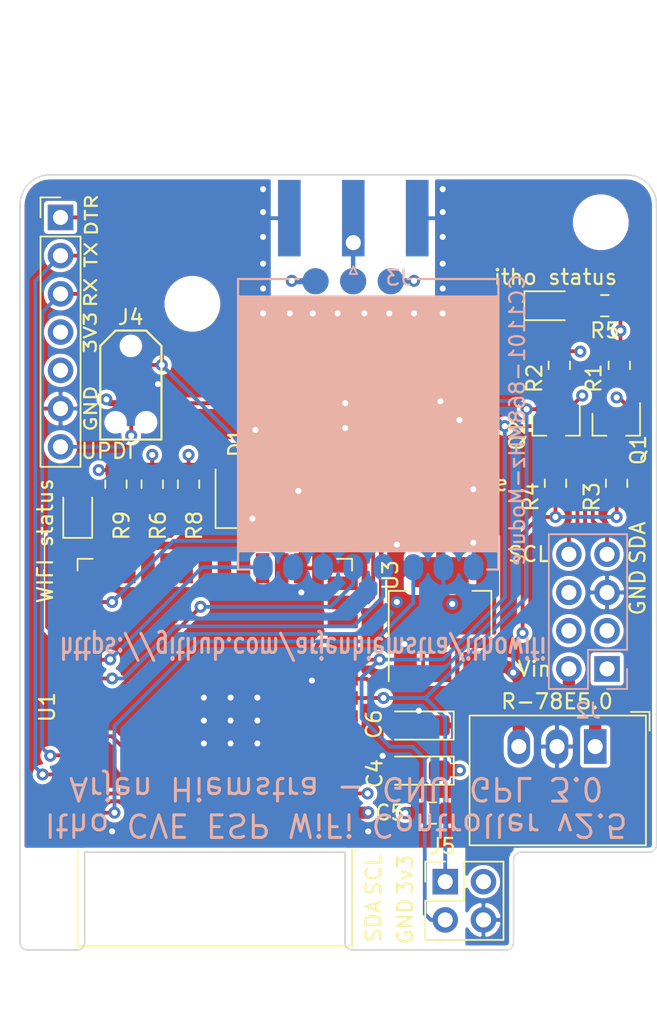
<source format=kicad_pcb>
(kicad_pcb (version 20171130) (host pcbnew "(5.1.9-0-10_14)")
  (layers (0 F.Cu signal) (1 3V3 power) (2 GND power) (31 B.Cu signal) (34 B.Paste user) (35 F.Paste user) (36 B.SilkS user) (37 F.SilkS user) (38 B.Mask user) (39 F.Mask user) (44 Edge.Cuts user))
  (net 0 "")
  (net 1 GND)
  (net 2 +5V)
  (net 3 +3V3)
  (net 4 +16V3)
  (net 5 SDA)
  (net 6 SCL)
  (net 7 "Net-(ATtiny1614-Pad11)")
  (net 8 "Net-(ATtiny1614-Pad4)")
  (net 9 "Net-(J3-Pad1)")
  (net 10 UPDI)
  (net 11 D0)
  (net 12 D0/RX0)
  (net 13 D1/TX0)
  (net 14 D23_MOSI)
  (net 15 D19_MISO)
  (net 16 D18_SCK)
  (net 17 D5_SS)
  (net 18 D4_IRQ)
  (net 19 "Net-(ATtiny1614-Pad2)")
  (net 20 "Net-(ATtiny1614-Pad3)")
  (net 21 "Net-(ATtiny1614-Pad5)")
  (net 22 "Net-(ATtiny1614-Pad6)")
  (net 23 "Net-(ATtiny1614-Pad7)")
  (net 24 "Net-(ATtiny1614-Pad12)")
  (net 25 "Net-(ATtiny1614-Pad13)")
  (net 26 "Net-(J1-Pad5)")
  (net 27 "Net-(J2-Pad1)")
  (net 28 "Net-(J2-Pad3)")
  (net 29 "Net-(J2-Pad4)")
  (net 30 "Net-(J2-Pad6)")
  (net 31 "Net-(U1-Pad32)")
  (net 32 "Net-(U1-Pad24)")
  (net 33 "Net-(U1-Pad23)")
  (net 34 "Net-(U1-Pad22)")
  (net 35 "Net-(U1-Pad21)")
  (net 36 "Net-(U1-Pad20)")
  (net 37 "Net-(U1-Pad19)")
  (net 38 "Net-(U1-Pad18)")
  (net 39 "Net-(U1-Pad17)")
  (net 40 "Net-(U1-Pad16)")
  (net 41 "Net-(U1-Pad14)")
  (net 42 "Net-(U1-Pad12)")
  (net 43 "Net-(U1-Pad7)")
  (net 44 "Net-(U1-Pad6)")
  (net 45 "Net-(U1-Pad5)")
  (net 46 "Net-(U1-Pad4)")
  (net 47 "Net-(U2-Pad7)")
  (net 48 "Net-(JP1-Pad2)")
  (net 49 EN)
  (net 50 DTR)
  (net 51 "Net-(LED1-Pad2)")
  (net 52 "Net-(LED1-Pad1)")
  (net 53 "Net-(LED2-Pad2)")
  (net 54 SDA_L)
  (net 55 SCL_L)
  (module Connector_PinHeader_2.54mm:PinHeader_2x02_P2.54mm_Vertical (layer F.Cu) (at 111.292 151.928)
    (fp_text reference J5 (at -0.16 -2.36) (layer F.SilkS))
    (fp_text value Conn_02x02_Odd_Even)
    (pad 4 thru_hole oval (at 2.54 2.54) (size 1.7 1.7) (drill 1) (layers *.Cu *.Mask) (net 1 GND))
    (pad 3 thru_hole oval (at 0 2.54) (size 1.7 1.7) (drill 1) (layers *.Cu *.Mask) (net 54 SDA_L))
    (pad 2 thru_hole oval (at 2.54 0) (size 1.7 1.7) (drill 1) (layers *.Cu *.Mask) (net 3 +3V3))
    (pad 1 thru_hole rect (at 0 0) (size 1.7 1.7) (drill 1) (layers *.Cu *.Mask) (net 55 SCL_L))
  )
  (module MountingHole:MountingHole_2.5mm (layer F.Cu) (at 94.488 113.538)
    (fp_text reference H2 hide)
    (fp_text value MountingHole hide)
    (pad "" np_thru_hole circle (at 0 0) (size 3.2 3.2) (drill 3.2) (layers *.Cu *.Mask))
  )
  (module Package_SO:SOIC-14_3.9x8.7mm_P1.27mm (layer F.Cu) (at 108.4326 120.966 90)
    (fp_text reference ATtiny1614 (at 4.634 -0.3556) (layer F.SilkS))
    (fp_text value ATtiny1614-SS)
    (pad 1 smd roundrect (at -2.475 -3.81 90) (size 1.95 0.6) (layers F.Cu F.Paste F.Mask) (net 3 +3V3))
    (pad 2 smd roundrect (at -2.475 -2.54 90) (size 1.95 0.6) (layers F.Cu F.Paste F.Mask) (net 19 "Net-(ATtiny1614-Pad2)"))
    (pad 3 smd roundrect (at -2.475 -1.27 90) (size 1.95 0.6) (layers F.Cu F.Paste F.Mask) (net 20 "Net-(ATtiny1614-Pad3)"))
    (pad 4 smd roundrect (at -2.475 0 90) (size 1.95 0.6) (layers F.Cu F.Paste F.Mask) (net 8 "Net-(ATtiny1614-Pad4)"))
    (pad 5 smd roundrect (at -2.475 1.27 90) (size 1.95 0.6) (layers F.Cu F.Paste F.Mask) (net 21 "Net-(ATtiny1614-Pad5)"))
    (pad 6 smd roundrect (at -2.475 2.54 90) (size 1.95 0.6) (layers F.Cu F.Paste F.Mask) (net 22 "Net-(ATtiny1614-Pad6)"))
    (pad 7 smd roundrect (at -2.475 3.81 90) (size 1.95 0.6) (layers F.Cu F.Paste F.Mask) (net 23 "Net-(ATtiny1614-Pad7)"))
    (pad 8 smd roundrect (at 2.475 3.81 90) (size 1.95 0.6) (layers F.Cu F.Paste F.Mask) (net 54 SDA_L))
    (pad 9 smd roundrect (at 2.475 2.54 90) (size 1.95 0.6) (layers F.Cu F.Paste F.Mask) (net 55 SCL_L))
    (pad 10 smd roundrect (at 2.475 1.27 90) (size 1.95 0.6) (layers F.Cu F.Paste F.Mask) (net 10 UPDI))
    (pad 11 smd roundrect (at 2.475 0 90) (size 1.95 0.6) (layers F.Cu F.Paste F.Mask) (net 7 "Net-(ATtiny1614-Pad11)"))
    (pad 12 smd roundrect (at 2.475 -1.27 90) (size 1.95 0.6) (layers F.Cu F.Paste F.Mask) (net 24 "Net-(ATtiny1614-Pad12)"))
    (pad 13 smd roundrect (at 2.475 -2.54 90) (size 1.95 0.6) (layers F.Cu F.Paste F.Mask) (net 25 "Net-(ATtiny1614-Pad13)"))
    (pad 14 smd roundrect (at 2.475 -3.81 90) (size 1.95 0.6) (layers F.Cu F.Paste F.Mask) (net 1 GND))
  )
  (module nrg_watch:TC2020-MCP-NL (layer F.Cu) (at 90.3986 118.872)
    (fp_text reference J4 (at -0.0127 -4.445) (layer F.SilkS))
    (fp_text value TC2030-MCP-NL hide)
    (pad 6 smd circle (at 0.635 1.27) (size 0.7874 0.7874) (layers F.Cu F.Mask) (net 10 UPDI))
    (pad 4 smd circle (at 0.635 0) (size 0.7874 0.7874) (layers F.Cu F.Mask) (net 1 GND))
    (pad 5 smd circle (at -0.635 1.27) (size 0.7874 0.7874) (layers F.Cu F.Mask) (net 3 +3V3))
    (pad 3 smd circle (at -0.635 0) (size 0.7874 0.7874) (layers F.Cu F.Mask) (net 12 D0/RX0))
    (pad 1 smd circle (at -0.635 -1.27) (size 0.7874 0.7874) (layers F.Cu F.Mask) (net 13 D1/TX0))
    (pad 2 smd circle (at 0.635 -1.27) (size 0.7874 0.7874) (layers F.Cu F.Mask) (net 50 DTR))
    (pad "" np_thru_hole circle (at -1.016 2.54) (size 0.9906 0.9906) (drill 0.9906) (layers *.Cu *.Mask))
    (pad "" np_thru_hole circle (at 1.016 2.54) (size 0.9906 0.9906) (drill 0.9906) (layers *.Cu *.Mask))
    (pad "" np_thru_hole circle (at 0 -2.54) (size 0.9906 0.9906) (drill 0.9906) (layers *.Cu *.Mask))
  )
  (module MountingHole:MountingHole_2.5mm (layer F.Cu) (at 121.63 108.12)
    (fp_text reference H1 hide)
    (fp_text value MountingHole hide)
    (pad "" np_thru_hole circle (at 0 0) (size 3.2 3.2) (drill 3.2) (layers *.Cu *.Mask))
  )
  (module RF_Module:ESP32-WROOM-32 (layer F.Cu) (at 95.9776 140.3604 180)
    (fp_text reference U1 (at 11.1416 0.0254 -90) (layer F.SilkS))
    (fp_text value ESP32-WROOM hide)
    (pad 38 smd rect (at 8.5 -8.255 180) (size 2 0.9) (layers F.Cu F.Paste F.Mask) (net 1 GND))
    (pad 37 smd rect (at 8.5 -6.985 180) (size 2 0.9) (layers F.Cu F.Paste F.Mask) (net 14 D23_MOSI))
    (pad 36 smd rect (at 8.5 -5.715 180) (size 2 0.9) (layers F.Cu F.Paste F.Mask) (net 55 SCL_L))
    (pad 35 smd rect (at 8.5 -4.445 180) (size 2 0.9) (layers F.Cu F.Paste F.Mask) (net 13 D1/TX0))
    (pad 34 smd rect (at 8.5 -3.175 180) (size 2 0.9) (layers F.Cu F.Paste F.Mask) (net 12 D0/RX0))
    (pad 33 smd rect (at 8.5 -1.905 180) (size 2 0.9) (layers F.Cu F.Paste F.Mask) (net 54 SDA_L))
    (pad 32 smd rect (at 8.5 -0.635 180) (size 2 0.9) (layers F.Cu F.Paste F.Mask) (net 31 "Net-(U1-Pad32)"))
    (pad 31 smd rect (at 8.5 0.635 180) (size 2 0.9) (layers F.Cu F.Paste F.Mask) (net 15 D19_MISO))
    (pad 30 smd rect (at 8.5 1.905 180) (size 2 0.9) (layers F.Cu F.Paste F.Mask) (net 16 D18_SCK))
    (pad 29 smd rect (at 8.5 3.175 180) (size 2 0.9) (layers F.Cu F.Paste F.Mask) (net 17 D5_SS))
    (pad 28 smd rect (at 8.5 4.445 180) (size 2 0.9) (layers F.Cu F.Paste F.Mask) (net 52 "Net-(LED1-Pad1)"))
    (pad 27 smd rect (at 8.5 5.715 180) (size 2 0.9) (layers F.Cu F.Paste F.Mask) (net 8 "Net-(ATtiny1614-Pad4)"))
    (pad 26 smd rect (at 8.5 6.985 180) (size 2 0.9) (layers F.Cu F.Paste F.Mask) (net 18 D4_IRQ))
    (pad 25 smd rect (at 8.5 8.255 180) (size 2 0.9) (layers F.Cu F.Paste F.Mask) (net 11 D0))
    (pad 24 smd rect (at 5.715 9.255 270) (size 2 0.9) (layers F.Cu F.Paste F.Mask) (net 32 "Net-(U1-Pad24)"))
    (pad 23 smd rect (at 4.445 9.255 270) (size 2 0.9) (layers F.Cu F.Paste F.Mask) (net 33 "Net-(U1-Pad23)"))
    (pad 22 smd rect (at 3.175 9.255 270) (size 2 0.9) (layers F.Cu F.Paste F.Mask) (net 34 "Net-(U1-Pad22)"))
    (pad 21 smd rect (at 1.905 9.255 270) (size 2 0.9) (layers F.Cu F.Paste F.Mask) (net 35 "Net-(U1-Pad21)"))
    (pad 20 smd rect (at 0.635 9.255 270) (size 2 0.9) (layers F.Cu F.Paste F.Mask) (net 36 "Net-(U1-Pad20)"))
    (pad 19 smd rect (at -0.635 9.255 270) (size 2 0.9) (layers F.Cu F.Paste F.Mask) (net 37 "Net-(U1-Pad19)"))
    (pad 18 smd rect (at -1.905 9.255 270) (size 2 0.9) (layers F.Cu F.Paste F.Mask) (net 38 "Net-(U1-Pad18)"))
    (pad 17 smd rect (at -3.175 9.255 270) (size 2 0.9) (layers F.Cu F.Paste F.Mask) (net 39 "Net-(U1-Pad17)"))
    (pad 16 smd rect (at -4.445 9.255 270) (size 2 0.9) (layers F.Cu F.Paste F.Mask) (net 40 "Net-(U1-Pad16)"))
    (pad 15 smd rect (at -5.715 9.255 270) (size 2 0.9) (layers F.Cu F.Paste F.Mask) (net 1 GND))
    (pad 14 smd rect (at -8.5 8.255 180) (size 2 0.9) (layers F.Cu F.Paste F.Mask) (net 41 "Net-(U1-Pad14)"))
    (pad 13 smd rect (at -8.5 6.985 180) (size 2 0.9) (layers F.Cu F.Paste F.Mask) (net 48 "Net-(JP1-Pad2)"))
    (pad 12 smd rect (at -8.5 5.715 180) (size 2 0.9) (layers F.Cu F.Paste F.Mask) (net 42 "Net-(U1-Pad12)"))
    (pad 11 smd rect (at -8.5 4.445 180) (size 2 0.9) (layers F.Cu F.Paste F.Mask) (net 54 SDA_L))
    (pad 10 smd rect (at -8.5 3.175 180) (size 2 0.9) (layers F.Cu F.Paste F.Mask) (net 54 SDA_L))
    (pad 9 smd rect (at -8.5 1.905 180) (size 2 0.9) (layers F.Cu F.Paste F.Mask) (net 55 SCL_L))
    (pad 8 smd rect (at -8.5 0.635 180) (size 2 0.9) (layers F.Cu F.Paste F.Mask) (net 55 SCL_L))
    (pad 7 smd rect (at -8.5 -0.635 180) (size 2 0.9) (layers F.Cu F.Paste F.Mask) (net 43 "Net-(U1-Pad7)"))
    (pad 6 smd rect (at -8.5 -1.905 180) (size 2 0.9) (layers F.Cu F.Paste F.Mask) (net 44 "Net-(U1-Pad6)"))
    (pad 5 smd rect (at -8.5 -3.175 180) (size 2 0.9) (layers F.Cu F.Paste F.Mask) (net 45 "Net-(U1-Pad5)"))
    (pad 4 smd rect (at -8.5 -4.445 180) (size 2 0.9) (layers F.Cu F.Paste F.Mask) (net 46 "Net-(U1-Pad4)"))
    (pad 3 smd rect (at -8.5 -5.715 180) (size 2 0.9) (layers F.Cu F.Paste F.Mask) (net 49 EN))
    (pad 2 smd rect (at -8.5 -6.985 180) (size 2 0.9) (layers F.Cu F.Paste F.Mask) (net 3 +3V3))
    (pad 1 smd rect (at -8.5 -8.255 180) (size 2 0.9) (layers F.Cu F.Paste F.Mask) (net 1 GND))
    (pad 39 smd rect (at -1 -0.755 180) (size 5 5) (layers F.Cu F.Paste F.Mask) (net 1 GND))
  )
  (module Jumper:SolderJumper-2_P1.3mm_Open_RoundedPad1.0x1.5mm (layer F.Cu) (at 112.522 127.3556 180)
    (fp_text reference JP1 hide)
    (fp_text value Failsafe (at 0 1.9) (layer F.SilkS))
    (pad 2 smd custom (at 0.65 0 180) (size 1 0.5) (layers F.Cu F.Mask) (net 48 "Net-(JP1-Pad2)") (options (clearance outline) (anchor rect)) (primitives (gr_circle (center 0 0.25) (end 0.5 0.25) (width 0)) (gr_circle (center 0 -0.25) (end 0.5 -0.25) (width 0)) (gr_poly (pts (xy 0 -0.75) (xy -0.5 -0.75) (xy -0.5 0.75) (xy 0 0.75)) (width 0))))
    (pad 1 smd custom (at -0.65 0 180) (size 1 0.5) (layers F.Cu F.Mask) (net 3 +3V3) (options (clearance outline) (anchor rect)) (primitives (gr_circle (center 0 0.25) (end 0.5 0.25) (width 0)) (gr_circle (center 0 -0.25) (end 0.5 -0.25) (width 0)) (gr_poly (pts (xy 0 -0.75) (xy 0.5 -0.75) (xy 0.5 0.75) (xy 0 0.75)) (width 0))))
  )
  (module Resistor_SMD:R_0805_2012Metric (layer F.Cu) (at 105.5647 127.3556)
    (fp_text reference R10 (at -0.4341 1.778 180) (layer F.SilkS))
    (fp_text value 10K hide)
    (pad 2 smd roundrect (at 0.9375 0) (size 0.975 1.4) (layers F.Cu F.Paste F.Mask) (net 48 "Net-(JP1-Pad2)"))
    (pad 1 smd roundrect (at -0.9375 0) (size 0.975 1.4) (layers F.Cu F.Paste F.Mask) (net 1 GND))
  )
  (module Capacitor_Tantalum_SMD:CP_EIA-3216-12_Kemet-S (layer F.Cu) (at 109.5464 141.5542 180)
    (fp_text reference C6 (at 2.9934 0.0862 90) (layer F.SilkS))
    (fp_text value 10uF hide)
    (pad 2 smd roundrect (at 1.35 0 180) (size 1.4 1.35) (layers F.Cu F.Paste F.Mask) (roundrect_rratio 0.1851844444444445) (net 1 GND))
    (pad 1 smd roundrect (at -1.35 0 180) (size 1.4 1.35) (layers F.Cu F.Paste F.Mask) (roundrect_rratio 0.1851844444444445) (net 2 +5V))
  )
  (module Capacitor_Tantalum_SMD:CP_EIA-3216-12_Kemet-S (layer F.Cu) (at 109.5502 144.5514 180)
    (fp_text reference C4 (at 2.9464 -0.2032 90) (layer F.SilkS))
    (fp_text value 10uF hide)
    (pad 2 smd roundrect (at 1.35 0 180) (size 1.4 1.35) (layers F.Cu F.Paste F.Mask) (roundrect_rratio 0.1851844444444445) (net 1 GND))
    (pad 1 smd roundrect (at -1.35 0 180) (size 1.4 1.35) (layers F.Cu F.Paste F.Mask) (roundrect_rratio 0.1851844444444445) (net 3 +3V3))
  )
  (module Connector_Pin:Pin_D1.0mm_L10.0mm (layer F.Cu) (at 105.1814 109.474)
    (fp_text reference REF** hide)
    (fp_text value Pin_D1.0mm_L10.0mm hide)
    (pad 1 thru_hole circle (at 0 0) (size 1.5 1.5) (drill 1) (layers *.Cu *.Mask) (net 9 "Net-(J3-Pad1)"))
  )
  (module LED_SMD:LED_0805_2012Metric (layer F.Cu) (at 86.868 127.4041 90)
    (fp_text reference LED1 hide)
    (fp_text value "WIFI status" (at -1.8819 -2.159 -90) (layer F.SilkS))
    (pad 2 smd roundrect (at 0.9375 0 90) (size 0.975 1.4) (layers F.Cu F.Paste F.Mask) (net 51 "Net-(LED1-Pad2)"))
    (pad 1 smd roundrect (at -0.9375 0 90) (size 0.975 1.4) (layers F.Cu F.Paste F.Mask) (net 52 "Net-(LED1-Pad1)"))
  )
  (module Resistor_SMD:R_0805_2012Metric (layer F.Cu) (at 89.408 125.5245 270)
    (fp_text reference R9 (at 2.7455 -0.381 270) (layer F.SilkS))
    (fp_text value R100 hide)
    (pad 2 smd roundrect (at 0.9375 0 270) (size 0.975 1.4) (layers F.Cu F.Paste F.Mask) (net 51 "Net-(LED1-Pad2)"))
    (pad 1 smd roundrect (at -0.9375 0 270) (size 0.975 1.4) (layers F.Cu F.Paste F.Mask) (net 3 +3V3))
  )
  (module Package_TO_SOT_SMD:SOT-223-3_TabPin2 (layer F.Cu) (at 110.9472 134.518 90)
    (fp_text reference U3 (at 2.9464 -3.302 90) (layer F.SilkS))
    (fp_text value AMS1117-3.3 hide)
    (pad 1 smd rect (at -3.15 -2.3 90) (size 2 1.5) (layers F.Cu F.Paste F.Mask) (net 1 GND))
    (pad 3 smd rect (at -3.15 2.3 90) (size 2 1.5) (layers F.Cu F.Paste F.Mask) (net 2 +5V))
    (pad 2 smd rect (at -3.15 0 90) (size 2 1.5) (layers F.Cu F.Paste F.Mask) (net 3 +3V3))
    (pad 2 smd rect (at 3.15 0 90) (size 2 3.8) (layers F.Cu F.Paste F.Mask) (net 3 +3V3))
  )
  (module Resistor_SMD:R_0805_2012Metric (layer F.Cu) (at 94.234 125.5245 90)
    (fp_text reference R8 (at -2.7455 0.381 90) (layer F.SilkS))
    (fp_text value 10K hide)
    (pad 2 smd roundrect (at 0.9375 0 90) (size 0.975 1.4) (layers F.Cu F.Paste F.Mask) (net 3 +3V3))
    (pad 1 smd roundrect (at -0.9375 0 90) (size 0.975 1.4) (layers F.Cu F.Paste F.Mask) (net 11 D0))
  )
  (module Resistor_SMD:R_0805_2012Metric (layer F.Cu) (at 99.949 122.9083 90)
    (fp_text reference R7 (at 2.7155 0.381 90) (layer F.SilkS))
    (fp_text value 10K hide)
    (pad 2 smd roundrect (at 0.9375 0 90) (size 0.975 1.4) (layers F.Cu F.Paste F.Mask) (net 3 +3V3))
    (pad 1 smd roundrect (at -0.9375 0 90) (size 0.975 1.4) (layers F.Cu F.Paste F.Mask) (net 49 EN))
  )
  (module Connector_PinHeader_2.54mm:PinHeader_1x07_P2.54mm_Vertical (layer F.Cu) (at 85.725 107.7976)
    (fp_text reference J1 hide)
    (fp_text value CONN_01X07 hide)
    (pad 7 thru_hole oval (at 0 15.24) (size 1.7 1.7) (drill 1) (layers *.Cu *.Mask) (net 10 UPDI))
    (pad 6 thru_hole oval (at 0 12.7) (size 1.7 1.7) (drill 1) (layers *.Cu *.Mask) (net 1 GND))
    (pad 5 thru_hole oval (at 0 10.16) (size 1.7 1.7) (drill 1) (layers *.Cu *.Mask) (net 26 "Net-(J1-Pad5)"))
    (pad 4 thru_hole oval (at 0 7.62) (size 1.7 1.7) (drill 1) (layers *.Cu *.Mask) (net 3 +3V3))
    (pad 3 thru_hole oval (at 0 5.08) (size 1.7 1.7) (drill 1) (layers *.Cu *.Mask) (net 12 D0/RX0))
    (pad 2 thru_hole oval (at 0 2.54) (size 1.7 1.7) (drill 1) (layers *.Cu *.Mask) (net 13 D1/TX0))
    (pad 1 thru_hole rect (at 0 0) (size 1.7 1.7) (drill 1) (layers *.Cu *.Mask) (net 50 DTR))
  )
  (module Diode_SMD:D_SOD-123 (layer F.Cu) (at 97.028 126.1862 90)
    (fp_text reference D1 (at 3.429 0.381 90) (layer F.SilkS))
    (fp_text value D_Zener hide)
    (pad 2 smd rect (at 1.65 0 90) (size 0.9 1.2) (layers F.Cu F.Paste F.Mask) (net 11 D0))
    (pad 1 smd rect (at -1.65 0 90) (size 0.9 1.2) (layers F.Cu F.Paste F.Mask) (net 50 DTR))
  )
  (module Capacitor_SMD:C_0805_2012Metric (layer F.Cu) (at 110.4369 147.3708)
    (fp_text reference C5 (at -2.8171 -0.0254) (layer F.SilkS))
    (fp_text value 0.1uF hide)
    (pad 2 smd roundrect (at 0.9375 0) (size 0.975 1.4) (layers F.Cu F.Paste F.Mask) (net 1 GND))
    (pad 1 smd roundrect (at -0.9375 0) (size 0.975 1.4) (layers F.Cu F.Paste F.Mask) (net 3 +3V3))
  )
  (module Capacitor_SMD:C_0805_2012Metric (layer F.Cu) (at 99.949 126.873 270)
    (fp_text reference C2 (at -0.0785 -1.8542 270) (layer F.SilkS))
    (fp_text value 1uF hide)
    (pad 2 smd roundrect (at 0.9375 0 270) (size 0.975 1.4) (layers F.Cu F.Paste F.Mask) (net 50 DTR))
    (pad 1 smd roundrect (at -0.9375 0 270) (size 0.975 1.4) (layers F.Cu F.Paste F.Mask) (net 49 EN))
  )
  (module Connector_Coaxial:SMA_Amphenol_132289_EdgeMount (layer B.Cu) (at 105.1814 107.8484 90)
    (fp_text reference J3 (at -3.96 3) (layer B.SilkS) (effects (justify mirror)))
    (fp_text value Conn_Coaxial)
    (pad 2 smd rect (at 0 -4.25) (size 1.5 5.08) (layers F.Cu F.Paste F.Mask) (net 1 GND))
    (pad 2 smd rect (at 0 4.25) (size 1.5 5.08) (layers F.Cu F.Paste F.Mask) (net 1 GND))
    (pad 2 smd rect (at 0 -4.25) (size 1.5 5.08) (layers B.Cu B.Paste B.Mask) (net 1 GND))
    (pad 2 smd rect (at 0 4.25) (size 1.5 5.08) (layers B.Cu B.Paste B.Mask) (net 1 GND))
    (pad 1 smd rect (at 0 0) (size 1.5 5.08) (layers B.Cu B.Paste B.Mask) (net 9 "Net-(J3-Pad1)"))
  )
  (module nrg_watch:CC1101-868MHz-Module (layer B.Cu) (at 106.172 121.539 90)
    (fp_text reference U2 hide)
    (fp_text value CC1101-868MHz-Module (at 0.254 9.906 -90) (layer B.SilkS) (effects (justify mirror)))
    (pad 11 smd circle (at 9.5 1.5 90) (size 1.75 1.75) (layers B.Cu B.Paste B.Mask) (net 1 GND))
    (pad 10 smd circle (at 9.5 -1 90) (size 1.75 1.75) (layers B.Cu B.Paste B.Mask) (net 9 "Net-(J3-Pad1)"))
    (pad 9 smd circle (at 9.5 -3.5 90) (size 1.75 1.75) (layers B.Cu B.Paste B.Mask) (net 1 GND))
    (pad 8 smd oval (at -9.5 -7 90) (size 1.75 1.3) (layers B.Cu B.Paste B.Mask) (net 17 D5_SS))
    (pad 7 smd oval (at -9.5 -5 90) (size 1.75 1.3) (layers B.Cu B.Paste B.Mask) (net 47 "Net-(U2-Pad7)"))
    (pad 6 smd oval (at -9.5 -3 90) (size 1.75 1.3) (layers B.Cu B.Paste B.Mask) (net 18 D4_IRQ))
    (pad 5 smd oval (at -9.5 -1 90) (size 1.75 1.3) (layers B.Cu B.Paste B.Mask) (net 15 D19_MISO))
    (pad 4 smd oval (at -9.5 1 90) (size 1.75 1.3) (layers B.Cu B.Paste B.Mask) (net 16 D18_SCK))
    (pad 3 smd oval (at -9.5 3 90) (size 1.75 1.3) (layers B.Cu B.Paste B.Mask) (net 14 D23_MOSI))
    (pad 2 smd oval (at -9.5 5 90) (size 1.75 1.3) (layers B.Cu B.Paste B.Mask) (net 1 GND))
    (pad 1 smd oval (at -9.5 7 90) (size 1.75 1.3) (layers B.Cu B.Paste B.Mask) (net 3 +3V3))
  )
  (module LED_SMD:LED_0805_2012Metric (layer F.Cu) (at 118.237 113.665)
    (fp_text reference LED2 hide)
    (fp_text value "itho status" (at 0.381 -1.905) (layer F.SilkS))
    (pad 2 smd roundrect (at 0.9375 0) (size 0.975 1.4) (layers F.Cu F.Paste F.Mask) (net 53 "Net-(LED2-Pad2)"))
    (pad 1 smd roundrect (at -0.9375 0) (size 0.975 1.4) (layers F.Cu F.Paste F.Mask) (net 7 "Net-(ATtiny1614-Pad11)"))
  )
  (module Resistor_SMD:R_0805_2012Metric (layer F.Cu) (at 91.821 125.5245 90)
    (fp_text reference R6 (at -2.7455 0.381 90) (layer F.SilkS))
    (fp_text value R10K hide)
    (pad 1 smd roundrect (at -0.9375 0 90) (size 0.975 1.4) (layers F.Cu F.Paste F.Mask) (net 8 "Net-(ATtiny1614-Pad4)"))
    (pad 2 smd roundrect (at 0.9375 0 90) (size 0.975 1.4) (layers F.Cu F.Paste F.Mask) (net 3 +3V3))
  )
  (module Resistor_SMD:R_0805_2012Metric (layer F.Cu) (at 121.8923 113.665 180)
    (fp_text reference R5 (at 0 -1.65) (layer F.SilkS))
    (fp_text value R100)
    (pad 2 smd roundrect (at 0.9375 0 180) (size 0.975 1.4) (layers F.Cu F.Paste F.Mask) (net 53 "Net-(LED2-Pad2)"))
    (pad 1 smd roundrect (at -0.9375 0 180) (size 0.975 1.4) (layers F.Cu F.Paste F.Mask) (net 3 +3V3))
  )
  (module Resistor_SMD:R_0805_2012Metric (layer F.Cu) (at 118.618 125.461 270)
    (fp_text reference R4 (at 0.904 1.651 90) (layer F.SilkS))
    (fp_text value R10K)
    (pad 2 smd roundrect (at 0.9375 0 270) (size 0.975 1.4) (layers F.Cu F.Paste F.Mask) (net 2 +5V))
    (pad 1 smd roundrect (at -0.9375 0 270) (size 0.975 1.4) (layers F.Cu F.Paste F.Mask) (net 6 SCL))
  )
  (module Resistor_SMD:R_0805_2012Metric (layer F.Cu) (at 122.682 125.461 270)
    (fp_text reference R3 (at 0.904 1.651 90) (layer F.SilkS))
    (fp_text value R10K)
    (pad 2 smd roundrect (at 0.9375 0 270) (size 0.975 1.4) (layers F.Cu F.Paste F.Mask) (net 2 +5V))
    (pad 1 smd roundrect (at -0.9375 0 270) (size 0.975 1.4) (layers F.Cu F.Paste F.Mask) (net 5 SDA))
  )
  (module Resistor_SMD:R_0805_2012Metric (layer F.Cu) (at 118.872 117.6244 270)
    (fp_text reference R2 (at 0.8666 1.651 90) (layer F.SilkS))
    (fp_text value R10K)
    (pad 2 smd roundrect (at 0.9375 0 270) (size 0.975 1.4) (layers F.Cu F.Paste F.Mask) (net 55 SCL_L))
    (pad 1 smd roundrect (at -0.9375 0 270) (size 0.975 1.4) (layers F.Cu F.Paste F.Mask) (net 3 +3V3))
  )
  (module Resistor_SMD:R_0805_2012Metric (layer F.Cu) (at 122.8598 117.6244 90)
    (fp_text reference R1 (at -0.8666 -1.7018 90) (layer F.SilkS))
    (fp_text value R10K hide)
    (pad 2 smd roundrect (at 0.9375 0 90) (size 0.975 1.4) (layers F.Cu F.Paste F.Mask) (net 3 +3V3))
    (pad 1 smd roundrect (at -0.9375 0 90) (size 0.975 1.4) (layers F.Cu F.Paste F.Mask) (net 54 SDA_L))
  )
  (module Inductor_SMD:L_0805_2012Metric (layer F.Cu) (at 102.5144 121.0541 90)
    (fp_text reference C1 (at 2.7663 0.127 90) (layer F.SilkS))
    (fp_text value 0,1uF)
    (pad 1 smd roundrect (at -0.9375 0 90) (size 0.975 1.4) (layers F.Cu F.Paste F.Mask) (net 3 +3V3))
    (pad 2 smd roundrect (at 0.9375 0 90) (size 0.975 1.4) (layers F.Cu F.Paste F.Mask) (net 1 GND))
  )
  (module Package_TO_SOT_SMD:SOT-23 (layer F.Cu) (at 118.6586 121.539 270)
    (fp_text reference Q2 (at 0.746 2.584 90) (layer F.SilkS))
    (fp_text value BSS138 hide)
    (pad 3 smd rect (at 1 0 270) (size 0.9 0.8) (layers F.Cu F.Paste F.Mask) (net 6 SCL))
    (pad 2 smd rect (at -1 0.95 270) (size 0.9 0.8) (layers F.Cu F.Paste F.Mask) (net 55 SCL_L))
    (pad 1 smd rect (at -1 -0.95 270) (size 0.9 0.8) (layers F.Cu F.Paste F.Mask) (net 3 +3V3))
  )
  (module Package_TO_SOT_SMD:SOT-23 (layer F.Cu) (at 122.6566 121.539 270)
    (fp_text reference Q1 (at 1.7145 -1.4605 90) (layer F.SilkS))
    (fp_text value BSS138)
    (pad 3 smd rect (at 1 0 270) (size 0.9 0.8) (layers F.Cu F.Paste F.Mask) (net 5 SDA))
    (pad 2 smd rect (at -1 0.95 270) (size 0.9 0.8) (layers F.Cu F.Paste F.Mask) (net 54 SDA_L))
    (pad 1 smd rect (at -1 -0.95 270) (size 0.9 0.8) (layers F.Cu F.Paste F.Mask) (net 3 +3V3))
  )
  (module Converter_DCDC:Converter_DCDC_RECOM_R-78E-0.5_THT (layer F.Cu) (at 121.2596 142.9512 180)
    (fp_text reference R-78E5.0 (at 2.54 2.9972) (layer F.SilkS))
    (fp_text value U2)
    (pad 3 thru_hole oval (at 5.08 0 180) (size 1.5 2.3) (drill 1) (layers *.Cu *.Mask) (net 2 +5V))
    (pad 2 thru_hole oval (at 2.54 0 180) (size 1.5 2.3) (drill 1) (layers *.Cu *.Mask) (net 1 GND))
    (pad 1 thru_hole rect (at 0 0 180) (size 1.5 2.3) (drill 1) (layers *.Cu *.Mask) (net 4 +16V3))
  )
  (module Connector_PinSocket_2.54mm:PinSocket_2x04_P2.54mm_Vertical (layer B.Cu) (at 122.047 137.795)
    (fp_text reference J2 (at -1.27 2.77) (layer B.SilkS) (effects (justify mirror)))
    (fp_text value conn)
    (pad 1 thru_hole rect (at 0 0) (size 1.7 1.7) (drill 1) (layers *.Cu *.Mask) (net 27 "Net-(J2-Pad1)"))
    (pad 2 thru_hole oval (at -2.54 0) (size 1.7 1.7) (drill 1) (layers *.Cu *.Mask) (net 4 +16V3))
    (pad 3 thru_hole oval (at 0 -2.54) (size 1.7 1.7) (drill 1) (layers *.Cu *.Mask) (net 28 "Net-(J2-Pad3)"))
    (pad 4 thru_hole oval (at -2.54 -2.54) (size 1.7 1.7) (drill 1) (layers *.Cu *.Mask) (net 29 "Net-(J2-Pad4)"))
    (pad 5 thru_hole oval (at 0 -5.08) (size 1.7 1.7) (drill 1) (layers *.Cu *.Mask) (net 1 GND))
    (pad 6 thru_hole oval (at -2.54 -5.08) (size 1.7 1.7) (drill 1) (layers *.Cu *.Mask) (net 30 "Net-(J2-Pad6)"))
    (pad 7 thru_hole oval (at 0 -7.62) (size 1.7 1.7) (drill 1) (layers *.Cu *.Mask) (net 5 SDA))
    (pad 8 thru_hole oval (at -2.54 -7.62) (size 1.7 1.7) (drill 1) (layers *.Cu *.Mask) (net 6 SCL))
  )
  (gr_text 3v3 (at 108.632 151.468 90) (layer F.SilkS) (effects (font (size 1 1))))
  (gr_text GND (at 108.632 154.568 90) (layer F.SilkS) (effects (font (size 1 1))))
  (gr_text "SDA\n" (at 106.532 154.568 90) (layer F.SilkS) (effects (font (size 1 1))))
  (gr_text SCL (at 106.532 151.468 90) (layer F.SilkS) (effects (font (size 1 1))))
  (gr_arc (start 116.332 150.468) (end 116.332 149.968) (angle -90) (layer Edge.Cuts) (width 0.1))
  (gr_line (start 104.632 155.968) (end 104.632 149.968) (layer Edge.Cuts) (width 0.1))
  (gr_line (start 104.632 149.968) (end 87.332 149.968) (layer Edge.Cuts) (width 0.1))
  (gr_line (start 115.832 155.968) (end 115.832 150.468) (layer Edge.Cuts) (width 0.1))
  (gr_arc (start 115.332 155.968) (end 115.332 156.468) (angle -90) (layer Edge.Cuts) (width 0.1))
  (gr_arc (start 105.132 155.968) (end 104.632 155.968) (angle -90) (layer Edge.Cuts) (width 0.1))
  (gr_line (start 115.332 156.468) (end 105.132 156.468) (layer Edge.Cuts) (width 0.1))
  (gr_line (start 86.832 156.468) (end 83.532 156.468) (layer Edge.Cuts) (width 0.1))
  (gr_line (start 87.332 149.968) (end 87.332 155.968) (layer Edge.Cuts) (width 0.1))
  (gr_line (start 124.832 149.968) (end 116.332 149.968) (layer Edge.Cuts) (width 0.1))
  (gr_arc (start 124.832 149.468) (end 124.832 149.968) (angle -90) (layer Edge.Cuts) (width 0.1))
  (gr_line (start 125.332 106.968) (end 125.332 149.468) (layer Edge.Cuts) (width 0.1))
  (gr_line (start 123.332 104.968) (end 85.032 104.968) (layer Edge.Cuts) (width 0.1))
  (gr_arc (start 123.332 106.968) (end 125.332 106.968) (angle -90) (layer Edge.Cuts) (width 0.1))
  (gr_arc (start 85.032 106.968) (end 85.032 104.968) (angle -90) (layer Edge.Cuts) (width 0.1))
  (gr_line (start 83.032 155.968) (end 83.032 106.968) (layer Edge.Cuts) (width 0.1))
  (gr_arc (start 83.532 155.968) (end 83.032 155.968) (angle -90) (layer Edge.Cuts) (width 0.1))
  (gr_arc (start 86.832 155.968) (end 86.832 156.468) (angle -90) (layer Edge.Cuts) (width 0.1))
  (gr_text GND (at 87.7316 120.4976 90) (layer F.SilkS) (effects (font (size 0.8 1))))
  (gr_text "3V3\n" (at 87.7062 115.443 90) (layer F.SilkS) (effects (font (size 0.8 1))))
  (gr_poly (pts (xy 114.808 129.9972) (xy 97.5614 129.9972) (xy 97.536 113.03) (xy 114.808 113.03)) (layer B.SilkS) (width 0.1))
  (gr_text UPDI (at 88.8492 123.317) (layer F.SilkS) (effects (font (size 1 1))))
  (gr_text RX (at 87.7316 112.8014 90) (layer F.SilkS) (effects (font (size 0.8 1))))
  (gr_text TX (at 87.757 110.2868 90) (layer F.SilkS) (effects (font (size 0.8 1))))
  (gr_text DTR (at 87.7824 107.6452 90) (layer F.SilkS) (effects (font (size 0.8 1))))
  (gr_text https://github.com/arjenhiemstra/ithowifi (at 101.854 136.398 -180) (layer B.SilkS) (effects (font (size 1.4 1) (thickness 0.2)) (justify mirror)))
  (gr_text Vin (at 117.221 137.795) (layer F.SilkS) (effects (font (size 1 1))))
  (gr_text GND (at 124.079 132.715 90) (layer F.SilkS) (effects (font (size 1 1))))
  (gr_text SCL (at 116.84 130.175) (layer F.SilkS) (effects (font (size 1 1))))
  (gr_text "SDA\n" (at 124.079 129.413 90) (layer F.SilkS) (effects (font (size 1 1))))
  (gr_text "Itho CVE ESP WiFi Controller v2.5\nArjen Hiemstra - GNU GPL 3.0\n" (at 104.0384 146.9644 180) (layer B.SilkS) (effects (font (size 1.5 1.5) (thickness 0.2)) (justify mirror)))
  (via (at 95.25 139.7) (size 0.8) (drill 0.4) (layers F.Cu B.Cu) (net 1))
  (via (at 98.806 139.7) (size 0.8) (drill 0.4) (layers F.Cu B.Cu) (net 1))
  (via (at 97.028 139.7) (size 0.8) (drill 0.4) (layers F.Cu B.Cu) (net 1))
  (via (at 98.806 142.748) (size 0.8) (drill 0.4) (layers F.Cu B.Cu) (net 1))
  (via (at 97.028 142.748) (size 0.8) (drill 0.4) (layers F.Cu B.Cu) (net 1))
  (via (at 95.25 142.748) (size 0.8) (drill 0.4) (layers F.Cu B.Cu) (net 1))
  (via (at 95.25 141.224) (size 0.8) (drill 0.4) (layers F.Cu B.Cu) (net 1))
  (via (at 98.806 141.224) (size 0.8) (drill 0.4) (layers F.Cu B.Cu) (net 1))
  (via (at 97.028 141.224) (size 0.8) (drill 0.4) (layers F.Cu B.Cu) (net 1))
  (via (at 99.187 105.918) (size 0.8) (drill 0.4) (layers F.Cu B.Cu) (net 1))
  (via (at 99.187 107.442) (size 0.8) (drill 0.4) (layers F.Cu B.Cu) (net 1))
  (via (at 99.187 109.093) (size 0.8) (drill 0.4) (layers F.Cu B.Cu) (net 1))
  (via (at 101.092 112.014) (size 0.8) (drill 0.4) (layers F.Cu B.Cu) (net 1))
  (via (at 109.22 112.014) (size 0.8) (drill 0.4) (layers F.Cu B.Cu) (net 1))
  (segment (start 110.9468 131.039) (end 110.9472 131.0386) (width 0.4064) (layer B.Cu) (net 1))
  (via (at 107.132 143.568) (size 0.8) (drill 0.4) (layers F.Cu B.Cu) (net 1))
  (via (at 104.648 120.142) (size 0.8) (drill 0.4) (layers F.Cu B.Cu) (net 1))
  (via (at 108.585 136.144) (size 0.8) (drill 0.4) (layers F.Cu B.Cu) (net 1))
  (via (at 101.727 132.715) (size 0.8) (drill 0.4) (layers F.Cu B.Cu) (net 1))
  (via (at 89.154 148.59) (size 0.8) (drill 0.4) (layers F.Cu B.Cu) (net 1))
  (via (at 106.172 148.59) (size 0.8) (drill 0.4) (layers F.Cu B.Cu) (net 1))
  (segment (start 101.117 112.039) (end 101.092 112.014) (width 0.4064) (layer B.Cu) (net 1))
  (segment (start 102.672 112.039) (end 101.117 112.039) (width 0.4064) (layer B.Cu) (net 1))
  (segment (start 109.195 112.039) (end 109.22 112.014) (width 0.4064) (layer B.Cu) (net 1))
  (segment (start 107.672 112.039) (end 109.195 112.039) (width 0.4064) (layer B.Cu) (net 1))
  (via (at 99.187 110.871) (size 0.8) (drill 0.4) (layers F.Cu B.Cu) (net 1))
  (via (at 99.187 112.522) (size 0.8) (drill 0.4) (layers F.Cu B.Cu) (net 1))
  (via (at 99.187 114.173) (size 0.8) (drill 0.4) (layers F.Cu B.Cu) (net 1))
  (via (at 111.125 105.918) (size 0.8) (drill 0.4) (layers F.Cu B.Cu) (net 1))
  (via (at 111.125 107.442) (size 0.8) (drill 0.4) (layers F.Cu B.Cu) (net 1))
  (via (at 111.125 109.093) (size 0.8) (drill 0.4) (layers F.Cu B.Cu) (net 1))
  (via (at 111.125 110.871) (size 0.8) (drill 0.4) (layers F.Cu B.Cu) (net 1))
  (via (at 111.125 114.173) (size 0.8) (drill 0.4) (layers F.Cu B.Cu) (net 1))
  (via (at 111.125 112.522) (size 0.8) (drill 0.4) (layers F.Cu B.Cu) (net 1))
  (via (at 105.918 114.173) (size 0.8) (drill 0.4) (layers F.Cu B.Cu) (net 1))
  (via (at 109.22 114.173) (size 0.8) (drill 0.4) (layers F.Cu B.Cu) (net 1))
  (via (at 102.489 114.173) (size 0.8) (drill 0.4) (layers F.Cu B.Cu) (net 1))
  (via (at 104.14 114.173) (size 0.8) (drill 0.4) (layers F.Cu B.Cu) (net 1))
  (via (at 100.965 114.173) (size 0.8) (drill 0.4) (layers F.Cu B.Cu) (net 1))
  (via (at 107.569 114.173) (size 0.8) (drill 0.4) (layers F.Cu B.Cu) (net 1))
  (segment (start 99.5934 107.8484) (end 99.187 107.442) (width 0.25) (layer F.Cu) (net 1))
  (segment (start 100.9314 107.8484) (end 99.5934 107.8484) (width 0.25) (layer F.Cu) (net 1))
  (segment (start 110.7186 107.8484) (end 111.125 107.442) (width 0.25) (layer F.Cu) (net 1))
  (segment (start 109.4314 107.8484) (end 110.7186 107.8484) (width 0.25) (layer F.Cu) (net 1))
  (segment (start 99.5934 107.8484) (end 99.187 107.442) (width 0.25) (layer B.Cu) (net 1))
  (segment (start 100.9314 107.8484) (end 99.5934 107.8484) (width 0.25) (layer B.Cu) (net 1))
  (segment (start 109.4314 107.8484) (end 109.3724 107.8484) (width 0.25) (layer B.Cu) (net 1))
  (segment (start 110.7186 107.8484) (end 111.125 107.442) (width 0.25) (layer B.Cu) (net 1))
  (segment (start 109.4314 107.8484) (end 110.7186 107.8484) (width 0.25) (layer B.Cu) (net 1))
  (via (at 92.202 118.872) (size 0.8) (drill 0.4) (layers F.Cu B.Cu) (net 1))
  (via (at 102.432 138.568) (size 0.8) (drill 0.4) (layers F.Cu B.Cu) (net 1))
  (via (at 109.532 140.568) (size 0.8) (drill 0.4) (layers F.Cu B.Cu) (net 1))
  (segment (start 122.682 126.3985) (end 122.682 127.6985) (width 0.254) (layer F.Cu) (net 2))
  (via (at 122.682 127.6985) (size 0.8) (drill 0.4) (layers F.Cu B.Cu) (net 2))
  (segment (start 118.618 127.6985) (end 118.618 126.3985) (width 0.254) (layer F.Cu) (net 2))
  (segment (start 122.682 127.6985) (end 118.618 127.6985) (width 0.254) (layer B.Cu) (net 2))
  (via (at 118.618 127.6985) (size 0.8) (drill 0.4) (layers F.Cu B.Cu) (net 2))
  (segment (start 113.2472 137.668) (end 115.443 137.668) (width 0.8128) (layer F.Cu) (net 2))
  (segment (start 116.1796 138.4046) (end 116.1796 142.9512) (width 0.8128) (layer F.Cu) (net 2))
  (segment (start 115.824 138.049) (end 116.1796 138.4046) (width 0.8128) (layer F.Cu) (net 2))
  (segment (start 115.443 137.668) (end 115.8113 138.0363) (width 0.8128) (layer F.Cu) (net 2))
  (segment (start 110.8964 141.5542) (end 112.3442 141.5542) (width 0.4064) (layer F.Cu) (net 2))
  (segment (start 113.2472 140.6512) (end 113.2472 137.668) (width 0.4064) (layer F.Cu) (net 2))
  (segment (start 112.3442 141.5542) (end 113.2472 140.6512) (width 0.4064) (layer F.Cu) (net 2))
  (segment (start 115.8113 138.0363) (end 115.824 138.049) (width 0.8128) (layer F.Cu) (net 2))
  (via (at 115.8113 138.0363) (size 0.8) (drill 0.4) (layers F.Cu B.Cu) (net 2))
  (via (at 116.4336 135.4074) (size 0.8) (drill 0.4) (layers F.Cu B.Cu) (net 2))
  (segment (start 115.8113 136.0297) (end 116.4336 135.4074) (width 0.254) (layer B.Cu) (net 2))
  (segment (start 115.8113 138.0363) (end 115.8113 136.0297) (width 0.254) (layer B.Cu) (net 2))
  (segment (start 116.4336 128.8034) (end 117.5385 127.6985) (width 0.254) (layer F.Cu) (net 2))
  (segment (start 117.5385 127.6985) (end 118.618 127.6985) (width 0.254) (layer F.Cu) (net 2))
  (segment (start 116.4336 135.4074) (end 116.4336 128.8034) (width 0.254) (layer F.Cu) (net 2))
  (via (at 112.268 144.526) (size 0.8) (drill 0.4) (layers F.Cu B.Cu) (net 3))
  (segment (start 110.9472 137.668) (end 110.9472 131.368) (width 0.8128) (layer F.Cu) (net 3))
  (via (at 108.077 129.54) (size 0.8) (drill 0.4) (layers F.Cu B.Cu) (net 3))
  (via (at 108.077 133.35) (size 0.8) (drill 0.4) (layers F.Cu B.Cu) (net 3))
  (via (at 106.172 147.32) (size 0.8) (drill 0.4) (layers F.Cu B.Cu) (net 3))
  (segment (start 106.1466 147.3454) (end 106.172 147.32) (width 0.8128) (layer F.Cu) (net 3))
  (segment (start 104.4776 147.3454) (end 106.1466 147.3454) (width 0.8128) (layer F.Cu) (net 3))
  (segment (start 110.9256 144.526) (end 110.9002 144.5514) (width 0.8128) (layer F.Cu) (net 3))
  (segment (start 112.268 144.526) (end 110.9256 144.526) (width 0.8128) (layer F.Cu) (net 3))
  (via (at 113.157 129.413) (size 0.8) (drill 0.4) (layers F.Cu B.Cu) (net 3))
  (via (at 120.269 116.713) (size 0.8) (drill 0.4) (layers F.Cu B.Cu) (net 3))
  (via (at 122.936 115.316) (size 0.8) (drill 0.4) (layers F.Cu B.Cu) (net 3))
  (via (at 122.682 119.761) (size 0.8) (drill 0.4) (layers F.Cu B.Cu) (net 3))
  (via (at 120.396 119.634) (size 0.8) (drill 0.4) (layers F.Cu B.Cu) (net 3))
  (segment (start 119.6086 120.4214) (end 120.396 119.634) (width 0.254) (layer F.Cu) (net 3))
  (segment (start 119.6086 120.539) (end 119.6086 120.4214) (width 0.254) (layer F.Cu) (net 3))
  (segment (start 122.8286 119.761) (end 123.6066 120.539) (width 0.254) (layer F.Cu) (net 3))
  (segment (start 122.682 119.761) (end 122.8286 119.761) (width 0.254) (layer F.Cu) (net 3))
  (segment (start 120.2429 116.6869) (end 120.269 116.713) (width 0.254) (layer F.Cu) (net 3))
  (segment (start 118.872 116.6869) (end 120.2429 116.6869) (width 0.254) (layer F.Cu) (net 3))
  (segment (start 122.936 113.7712) (end 122.8298 113.665) (width 0.254) (layer F.Cu) (net 3))
  (segment (start 122.936 115.316) (end 122.936 113.7712) (width 0.254) (layer F.Cu) (net 3))
  (segment (start 122.936 116.6107) (end 122.8598 116.6869) (width 0.254) (layer F.Cu) (net 3))
  (segment (start 122.936 115.316) (end 122.936 116.6107) (width 0.254) (layer F.Cu) (net 3))
  (via (at 98.679 121.92) (size 0.8) (drill 0.4) (layers F.Cu B.Cu) (net 3))
  (via (at 94.234 123.571) (size 0.8) (drill 0.4) (layers F.Cu B.Cu) (net 3))
  (via (at 91.821 123.571) (size 0.8) (drill 0.4) (layers F.Cu B.Cu) (net 3))
  (segment (start 91.821 124.587) (end 91.821 123.571) (width 0.254) (layer F.Cu) (net 3))
  (segment (start 94.234 124.587) (end 94.234 123.571) (width 0.254) (layer F.Cu) (net 3))
  (segment (start 99.8982 121.92) (end 99.949 121.9708) (width 0.254) (layer F.Cu) (net 3))
  (segment (start 98.679 121.92) (end 99.8982 121.92) (width 0.254) (layer F.Cu) (net 3))
  (segment (start 113.172 129.428) (end 113.157 129.413) (width 0.254) (layer B.Cu) (net 3))
  (segment (start 113.172 131.039) (end 113.172 129.428) (width 0.254) (layer B.Cu) (net 3))
  (via (at 104.648 121.793) (size 0.8) (drill 0.4) (layers F.Cu B.Cu) (net 3))
  (segment (start 104.6226 121.8184) (end 104.648 121.793) (width 0.4064) (layer F.Cu) (net 3))
  (segment (start 104.6226 123.441) (end 104.6226 121.8184) (width 0.4064) (layer F.Cu) (net 3))
  (segment (start 102.713 121.793) (end 102.5144 121.9916) (width 0.4064) (layer F.Cu) (net 3))
  (segment (start 104.648 121.793) (end 102.713 121.793) (width 0.4064) (layer F.Cu) (net 3))
  (via (at 88.773 119.888) (size 0.8) (drill 0.4) (layers F.Cu B.Cu) (net 3))
  (segment (start 89.027 120.142) (end 89.7636 120.142) (width 0.4064) (layer F.Cu) (net 3))
  (segment (start 88.773 119.888) (end 89.027 120.142) (width 0.4064) (layer F.Cu) (net 3))
  (via (at 111.76 133.477) (size 0.8) (drill 0.4) (layers F.Cu B.Cu) (net 3))
  (segment (start 89.408 124.587) (end 88.265 124.587) (width 0.254) (layer F.Cu) (net 3))
  (via (at 88.265 124.587) (size 0.8) (drill 0.4) (layers F.Cu B.Cu) (net 3))
  (segment (start 113.157 127.3706) (end 113.172 127.3556) (width 0.254) (layer F.Cu) (net 3))
  (via (at 113.157 125.857) (size 0.8) (drill 0.4) (layers F.Cu B.Cu) (net 3))
  (segment (start 113.172 127.3556) (end 113.172 125.872) (width 0.254) (layer F.Cu) (net 3))
  (segment (start 113.172 125.872) (end 113.157 125.857) (width 0.254) (layer F.Cu) (net 3))
  (segment (start 108.6348 147.3708) (end 108.632 147.368) (width 0.8128) (layer F.Cu) (net 3))
  (segment (start 109.4994 147.3708) (end 108.6348 147.3708) (width 0.8128) (layer F.Cu) (net 3))
  (via (at 108.632 147.368) (size 0.8) (drill 0.4) (layers F.Cu B.Cu) (net 3))
  (segment (start 121.2596 142.9512) (end 121.2596 141.2621) (width 0.8128) (layer F.Cu) (net 4))
  (segment (start 119.507 139.5095) (end 119.507 137.795) (width 0.8128) (layer F.Cu) (net 4))
  (segment (start 121.2596 141.2621) (end 119.507 139.5095) (width 0.8128) (layer F.Cu) (net 4))
  (segment (start 122.6566 124.4981) (end 122.682 124.5235) (width 0.254) (layer F.Cu) (net 5))
  (segment (start 122.6566 122.539) (end 122.6566 124.4981) (width 0.254) (layer F.Cu) (net 5))
  (segment (start 122.682 124.5235) (end 121.539 124.5235) (width 0.254) (layer F.Cu) (net 5))
  (segment (start 121.0945 127.9525) (end 122.047 128.905) (width 0.254) (layer F.Cu) (net 5))
  (segment (start 122.047 128.905) (end 122.047 130.175) (width 0.254) (layer F.Cu) (net 5))
  (segment (start 121.539 124.5235) (end 121.0945 124.968) (width 0.254) (layer F.Cu) (net 5))
  (segment (start 121.0945 124.968) (end 121.0945 127.9525) (width 0.254) (layer F.Cu) (net 5))
  (segment (start 118.6586 124.4829) (end 118.618 124.5235) (width 0.254) (layer F.Cu) (net 6))
  (segment (start 118.6586 122.539) (end 118.6586 124.4829) (width 0.254) (layer F.Cu) (net 6))
  (segment (start 118.618 124.5235) (end 119.6975 124.5235) (width 0.254) (layer F.Cu) (net 6))
  (segment (start 119.6975 124.5235) (end 120.0785 124.9045) (width 0.254) (layer F.Cu) (net 6))
  (segment (start 120.0785 124.9045) (end 120.0785 128.143) (width 0.254) (layer F.Cu) (net 6))
  (segment (start 120.0785 128.143) (end 119.507 128.7145) (width 0.254) (layer F.Cu) (net 6))
  (segment (start 119.507 128.7145) (end 119.507 130.175) (width 0.254) (layer F.Cu) (net 6))
  (segment (start 117.2995 113.665) (end 116.205 113.665) (width 0.254) (layer F.Cu) (net 7))
  (segment (start 116.205 113.665) (end 113.284 116.586) (width 0.254) (layer F.Cu) (net 7))
  (segment (start 113.284 116.586) (end 108.966 116.586) (width 0.254) (layer F.Cu) (net 7))
  (segment (start 108.4326 117.1194) (end 108.4326 118.491) (width 0.254) (layer F.Cu) (net 7))
  (segment (start 108.966 116.586) (end 108.4326 117.1194) (width 0.254) (layer F.Cu) (net 7))
  (segment (start 92.1004 125.476) (end 91.821 125.7554) (width 0.254) (layer F.Cu) (net 8))
  (segment (start 91.821 125.7554) (end 91.821 126.462) (width 0.254) (layer F.Cu) (net 8))
  (segment (start 95.7326 125.0696) (end 95.3262 125.476) (width 0.254) (layer F.Cu) (net 8))
  (segment (start 95.7326 123.5964) (end 95.7326 125.0696) (width 0.254) (layer F.Cu) (net 8))
  (segment (start 96.4184 122.9106) (end 95.7326 123.5964) (width 0.254) (layer F.Cu) (net 8))
  (segment (start 101.092 122.9106) (end 96.4184 122.9106) (width 0.254) (layer F.Cu) (net 8))
  (segment (start 107.8484 125.5014) (end 103.6828 125.5014) (width 0.254) (layer F.Cu) (net 8))
  (segment (start 95.3262 125.476) (end 92.1004 125.476) (width 0.254) (layer F.Cu) (net 8))
  (segment (start 103.6828 125.5014) (end 101.092 122.9106) (width 0.254) (layer F.Cu) (net 8))
  (segment (start 108.4326 124.9172) (end 107.8484 125.5014) (width 0.254) (layer F.Cu) (net 8))
  (segment (start 108.4326 123.441) (end 108.4326 124.9172) (width 0.254) (layer F.Cu) (net 8))
  (segment (start 89.4317 128.1176) (end 90.9574 128.1176) (width 0.254) (layer F.Cu) (net 8))
  (segment (start 87.363 130.1863) (end 89.4317 128.1176) (width 0.254) (layer F.Cu) (net 8))
  (segment (start 86.4503 130.1863) (end 87.363 130.1863) (width 0.254) (layer F.Cu) (net 8))
  (segment (start 86.1314 134.6454) (end 85.852 134.366) (width 0.254) (layer F.Cu) (net 8))
  (segment (start 85.852 130.7846) (end 86.4503 130.1863) (width 0.254) (layer F.Cu) (net 8))
  (segment (start 90.9574 128.1176) (end 91.821 127.254) (width 0.254) (layer F.Cu) (net 8))
  (segment (start 85.852 134.366) (end 85.852 130.7846) (width 0.254) (layer F.Cu) (net 8))
  (segment (start 91.821 127.254) (end 91.821 126.462) (width 0.254) (layer F.Cu) (net 8))
  (segment (start 87.4776 134.6454) (end 86.1314 134.6454) (width 0.254) (layer F.Cu) (net 8))
  (segment (start 105.1814 112.0296) (end 105.172 112.039) (width 1.4732) (layer B.Cu) (net 9))
  (segment (start 105.172 107.8578) (end 105.1814 107.8484) (width 0.29337) (layer B.Cu) (net 9))
  (segment (start 105.172 112.039) (end 105.172 107.8578) (width 0.29337) (layer B.Cu) (net 9))
  (via (at 90.424 122.301) (size 0.8) (drill 0.4) (layers F.Cu B.Cu) (net 10))
  (segment (start 90.424 120.7516) (end 91.0336 120.142) (width 0.254) (layer F.Cu) (net 10))
  (segment (start 90.424 122.301) (end 90.424 120.7516) (width 0.254) (layer F.Cu) (net 10))
  (segment (start 109.7026 119.8626) (end 109.7026 118.491) (width 0.254) (layer F.Cu) (net 10))
  (segment (start 108.585 120.9802) (end 109.7026 119.8626) (width 0.254) (layer F.Cu) (net 10))
  (segment (start 101.3714 120.9802) (end 108.585 120.9802) (width 0.254) (layer F.Cu) (net 10))
  (segment (start 100.5332 120.142) (end 101.3714 120.9802) (width 0.254) (layer F.Cu) (net 10))
  (segment (start 91.0336 120.142) (end 100.5332 120.142) (width 0.254) (layer F.Cu) (net 10))
  (segment (start 89.6874 123.0376) (end 90.424 122.301) (width 0.254) (layer B.Cu) (net 10))
  (segment (start 85.725 123.0376) (end 89.6874 123.0376) (width 0.254) (layer B.Cu) (net 10))
  (segment (start 94.234 126.462) (end 96.423 126.462) (width 0.254) (layer F.Cu) (net 11))
  (segment (start 97.028 125.857) (end 97.028 124.5362) (width 0.254) (layer F.Cu) (net 11))
  (segment (start 96.423 126.462) (end 97.028 125.857) (width 0.254) (layer F.Cu) (net 11))
  (segment (start 94.234 127.7874) (end 94.234 126.462) (width 0.254) (layer F.Cu) (net 11))
  (segment (start 87.4776 131.0386) (end 89.5604 128.9558) (width 0.254) (layer F.Cu) (net 11))
  (segment (start 93.0656 128.9558) (end 94.234 127.7874) (width 0.254) (layer F.Cu) (net 11))
  (segment (start 89.5604 128.9558) (end 93.0656 128.9558) (width 0.254) (layer F.Cu) (net 11))
  (segment (start 87.4776 132.1054) (end 87.4776 131.0386) (width 0.254) (layer F.Cu) (net 11))
  (via (at 85.0392 143.560804) (size 0.8) (drill 0.4) (layers F.Cu B.Cu) (net 12))
  (segment (start 85.199196 143.560804) (end 85.0392 143.560804) (width 0.25) (layer F.Cu) (net 12))
  (segment (start 85.2208 143.5392) (end 85.199196 143.560804) (width 0.25) (layer F.Cu) (net 12))
  (segment (start 87.4776 143.5354) (end 85.064604 143.5354) (width 0.254) (layer F.Cu) (net 12))
  (segment (start 85.064604 143.5354) (end 85.0392 143.560804) (width 0.254) (layer F.Cu) (net 12))
  (segment (start 85.725 112.8776) (end 84.498611 114.103989) (width 0.25) (layer B.Cu) (net 12))
  (segment (start 84.498611 114.103989) (end 84.498611 143.020215) (width 0.25) (layer B.Cu) (net 12))
  (segment (start 84.498611 143.020215) (end 85.0392 143.560804) (width 0.25) (layer B.Cu) (net 12))
  (segment (start 85.725 112.8776) (end 87.4776 112.8776) (width 0.254) (layer F.Cu) (net 12))
  (segment (start 87.4776 112.8776) (end 88.392 113.792) (width 0.254) (layer F.Cu) (net 12))
  (segment (start 88.392 117.5004) (end 89.691118 118.799518) (width 0.254) (layer F.Cu) (net 12))
  (segment (start 88.392 113.792) (end 88.392 117.5004) (width 0.254) (layer F.Cu) (net 12))
  (segment (start 86.8174 144.8308) (end 86.839 144.8092) (width 0.25) (layer F.Cu) (net 13))
  (via (at 84.531209 144.805391) (size 0.8) (drill 0.4) (layers F.Cu B.Cu) (net 13))
  (segment (start 84.0486 112.014) (end 84.0486 144.322782) (width 0.25) (layer B.Cu) (net 13))
  (segment (start 84.531218 144.8054) (end 84.531209 144.805391) (width 0.254) (layer F.Cu) (net 13))
  (segment (start 85.725 110.3376) (end 84.0486 112.014) (width 0.25) (layer B.Cu) (net 13))
  (segment (start 84.0486 144.322782) (end 84.531209 144.805391) (width 0.25) (layer B.Cu) (net 13))
  (segment (start 87.4776 144.8054) (end 84.531218 144.8054) (width 0.254) (layer F.Cu) (net 13))
  (segment (start 85.725 110.3376) (end 87.8586 110.3376) (width 0.254) (layer F.Cu) (net 13))
  (segment (start 87.8586 110.3376) (end 89.027 111.506) (width 0.254) (layer F.Cu) (net 13))
  (segment (start 89.027 116.8654) (end 89.7636 117.602) (width 0.254) (layer F.Cu) (net 13))
  (segment (start 89.027 111.506) (end 89.027 116.8654) (width 0.254) (layer F.Cu) (net 13))
  (segment (start 87.4776 147.3454) (end 89.3094 147.3454) (width 0.254) (layer F.Cu) (net 14))
  (via (at 89.3094 147.3454) (size 0.8) (drill 0.4) (layers F.Cu B.Cu) (net 14))
  (segment (start 89.3094 141.5766) (end 89.3094 147.3454) (width 0.254) (layer B.Cu) (net 14))
  (segment (start 94.918 135.968) (end 89.3094 141.5766) (width 0.254) (layer B.Cu) (net 14))
  (segment (start 106.602 135.968) (end 94.918 135.968) (width 0.254) (layer B.Cu) (net 14))
  (segment (start 109.172 133.398) (end 106.602 135.968) (width 0.254) (layer B.Cu) (net 14))
  (segment (start 109.172 131.039) (end 109.172 133.398) (width 0.254) (layer B.Cu) (net 14))
  (segment (start 105.172 132.168) (end 103.672 133.668) (width 0.254) (layer B.Cu) (net 15))
  (segment (start 105.172 131.039) (end 105.172 132.168) (width 0.254) (layer B.Cu) (net 15))
  (segment (start 87.4776 139.7254) (end 88.9746 139.7254) (width 0.254) (layer F.Cu) (net 15))
  (segment (start 103.672 133.668) (end 95.032 133.668) (width 0.254) (layer B.Cu) (net 15))
  (segment (start 88.9746 139.7254) (end 95.032 133.668) (width 0.254) (layer F.Cu) (net 15))
  (via (at 95.032 133.668) (size 0.8) (drill 0.4) (layers F.Cu B.Cu) (net 15))
  (via (at 89.154 138.43) (size 0.8) (drill 0.4) (layers F.Cu B.Cu) (net 16))
  (segment (start 87.503 138.43) (end 87.4776 138.4554) (width 0.254) (layer F.Cu) (net 16))
  (segment (start 89.154 138.43) (end 87.503 138.43) (width 0.254) (layer F.Cu) (net 16))
  (segment (start 107.172 131.039) (end 107.172 132.985) (width 0.254) (layer B.Cu) (net 16))
  (segment (start 107.172 132.985) (end 105.189 134.968) (width 0.254) (layer B.Cu) (net 16))
  (segment (start 105.189 134.968) (end 93.378 134.968) (width 0.254) (layer B.Cu) (net 16))
  (segment (start 93.378 134.968) (end 89.916 138.43) (width 0.254) (layer B.Cu) (net 16))
  (segment (start 89.916 138.43) (end 89.154 138.43) (width 0.254) (layer B.Cu) (net 16))
  (segment (start 99.489 131.039) (end 99.441 131.087) (width 0.254) (layer B.Cu) (net 17))
  (via (at 89.027 137.160002) (size 0.8) (drill 0.4) (layers F.Cu B.Cu) (net 17))
  (segment (start 87.4776 137.1854) (end 89.001602 137.1854) (width 0.254) (layer F.Cu) (net 17))
  (segment (start 99.172 131.039) (end 95.148002 131.039) (width 0.254) (layer B.Cu) (net 17))
  (segment (start 95.148002 131.039) (end 89.027 137.160002) (width 0.254) (layer B.Cu) (net 17))
  (segment (start 89.001602 137.1854) (end 89.027 137.160002) (width 0.254) (layer F.Cu) (net 17))
  (via (at 89.154 133.35) (size 0.8) (drill 0.4) (layers F.Cu B.Cu) (net 18))
  (segment (start 87.503 133.35) (end 87.4776 133.3754) (width 0.254) (layer F.Cu) (net 18))
  (segment (start 89.154 133.35) (end 87.503 133.35) (width 0.254) (layer F.Cu) (net 18))
  (segment (start 93.218 129.286) (end 89.154 133.35) (width 0.254) (layer B.Cu) (net 18))
  (segment (start 102.616 129.286) (end 93.218 129.286) (width 0.254) (layer B.Cu) (net 18))
  (segment (start 103.172 129.842) (end 102.616 129.286) (width 0.254) (layer B.Cu) (net 18))
  (segment (start 103.172 131.039) (end 103.172 129.842) (width 0.254) (layer B.Cu) (net 18))
  (segment (start 106.1466 133.3754) (end 104.4776 133.3754) (width 0.254) (layer F.Cu) (net 48))
  (segment (start 106.5022 133.0198) (end 106.1466 133.3754) (width 0.254) (layer F.Cu) (net 48))
  (segment (start 106.5022 127.3556) (end 106.5022 133.0198) (width 0.254) (layer F.Cu) (net 48))
  (segment (start 106.5022 127.3556) (end 111.872 127.3556) (width 0.254) (layer F.Cu) (net 48))
  (segment (start 99.949 125.9355) (end 99.949 123.8458) (width 0.254) (layer F.Cu) (net 49))
  (via (at 101.532 125.968) (size 0.8) (drill 0.4) (layers F.Cu B.Cu) (net 49))
  (segment (start 101.4995 125.9355) (end 101.532 125.968) (width 0.254) (layer F.Cu) (net 49))
  (segment (start 99.949 125.9355) (end 101.4995 125.9355) (width 0.254) (layer F.Cu) (net 49))
  (via (at 106.132 146.068) (size 0.8) (drill 0.4) (layers F.Cu B.Cu) (net 49))
  (segment (start 104.485 146.068) (end 104.4776 146.0754) (width 0.254) (layer F.Cu) (net 49))
  (segment (start 106.132 146.068) (end 104.485 146.068) (width 0.254) (layer F.Cu) (net 49))
  (segment (start 85.725 107.7976) (end 87.8586 107.7976) (width 0.254) (layer F.Cu) (net 50))
  (segment (start 92.456 117.602) (end 92.456 117.602) (width 0.254) (layer F.Cu) (net 50))
  (segment (start 92.456 117.602) (end 92.456 116.459) (width 0.254) (layer F.Cu) (net 50))
  (segment (start 92.456 116.459) (end 90.551 114.554) (width 0.254) (layer F.Cu) (net 50))
  (segment (start 90.551 110.49) (end 87.8586 107.7976) (width 0.254) (layer F.Cu) (net 50))
  (segment (start 90.551 114.554) (end 90.551 110.49) (width 0.254) (layer F.Cu) (net 50))
  (segment (start 92.456 117.602) (end 91.0336 117.602) (width 0.254) (layer F.Cu) (net 50))
  (via (at 92.456 117.602) (size 0.8) (drill 0.4) (layers F.Cu B.Cu) (net 50))
  (via (at 98.473494 127.8105) (size 0.8) (drill 0.4) (layers F.Cu B.Cu) (net 50))
  (segment (start 99.949 127.8105) (end 98.473494 127.8105) (width 0.254) (layer F.Cu) (net 50))
  (segment (start 98.473494 123.619494) (end 98.473494 127.8105) (width 0.254) (layer B.Cu) (net 50))
  (segment (start 92.456 117.602) (end 98.473494 123.619494) (width 0.254) (layer B.Cu) (net 50))
  (segment (start 98.447794 127.8362) (end 98.473494 127.8105) (width 0.254) (layer F.Cu) (net 50))
  (segment (start 97.028 127.8362) (end 98.447794 127.8362) (width 0.254) (layer F.Cu) (net 50))
  (segment (start 86.8726 126.462) (end 86.868 126.4666) (width 0.254) (layer F.Cu) (net 51))
  (segment (start 89.408 126.462) (end 86.8726 126.462) (width 0.254) (layer F.Cu) (net 51))
  (segment (start 86.8634 128.3462) (end 86.868 128.3416) (width 0.254) (layer F.Cu) (net 52))
  (segment (start 85.6026 128.3416) (end 86.868 128.3416) (width 0.254) (layer F.Cu) (net 52))
  (segment (start 84.832 134.997) (end 84.832 129.1122) (width 0.254) (layer F.Cu) (net 52))
  (segment (start 85.7504 135.9154) (end 84.832 134.997) (width 0.254) (layer F.Cu) (net 52))
  (segment (start 84.832 129.1122) (end 85.6026 128.3416) (width 0.254) (layer F.Cu) (net 52))
  (segment (start 87.4776 135.9154) (end 85.7504 135.9154) (width 0.254) (layer F.Cu) (net 52))
  (segment (start 119.1745 113.665) (end 120.9548 113.665) (width 0.254) (layer F.Cu) (net 53))
  (segment (start 117.1194 121.666) (end 121.3358 121.666) (width 0.254) (layer F.Cu) (net 54))
  (segment (start 121.7066 121.2952) (end 121.7066 120.539) (width 0.254) (layer F.Cu) (net 54))
  (segment (start 121.3358 121.666) (end 121.7066 121.2952) (width 0.254) (layer F.Cu) (net 54))
  (segment (start 121.8999 118.5619) (end 122.8598 118.5619) (width 0.254) (layer F.Cu) (net 54))
  (segment (start 121.7066 118.7552) (end 121.8999 118.5619) (width 0.254) (layer F.Cu) (net 54))
  (segment (start 121.7066 120.539) (end 121.7066 118.7552) (width 0.254) (layer F.Cu) (net 54))
  (via (at 115.2525 121.666) (size 0.8) (drill 0.4) (layers F.Cu B.Cu) (net 54))
  (segment (start 117.1194 121.666) (end 115.2525 121.666) (width 0.254) (layer F.Cu) (net 54))
  (via (at 115.2525 121.666) (size 0.8) (drill 0.4) (layers F.Cu B.Cu) (net 54))
  (via (at 112.2426 121.2596) (size 0.8) (drill 0.4) (layers F.Cu B.Cu) (net 54))
  (segment (start 112.2426 118.491) (end 112.2426 121.2596) (width 0.254) (layer F.Cu) (net 54))
  (segment (start 114.8461 121.2596) (end 115.2525 121.666) (width 0.254) (layer B.Cu) (net 54))
  (segment (start 112.2426 121.2596) (end 114.8461 121.2596) (width 0.254) (layer B.Cu) (net 54))
  (segment (start 103.0846 135.9154) (end 104.4776 135.9154) (width 0.254) (layer F.Cu) (net 54))
  (segment (start 102.732 137.1854) (end 102.732 136.268) (width 0.254) (layer F.Cu) (net 54))
  (segment (start 102.732 136.268) (end 103.0846 135.9154) (width 0.254) (layer F.Cu) (net 54))
  (segment (start 104.4776 137.1854) (end 102.732 137.1854) (width 0.254) (layer F.Cu) (net 54))
  (via (at 106.932 137.168) (size 0.8) (drill 0.4) (layers F.Cu B.Cu) (net 54))
  (segment (start 106.9146 137.1854) (end 106.932 137.168) (width 0.254) (layer F.Cu) (net 54))
  (segment (start 104.4776 137.1854) (end 106.9146 137.1854) (width 0.254) (layer F.Cu) (net 54))
  (segment (start 115.2525 132.334) (end 115.2525 121.666) (width 0.254) (layer B.Cu) (net 54))
  (segment (start 111.132 137.168) (end 115.2525 133.0475) (width 0.254) (layer B.Cu) (net 54))
  (segment (start 115.2525 133.0475) (end 115.2525 132.334) (width 0.254) (layer B.Cu) (net 54))
  (segment (start 106.932 137.168) (end 111.132 137.168) (width 0.254) (layer B.Cu) (net 54))
  (segment (start 100.432 145.068) (end 101.332 144.168) (width 0.254) (layer F.Cu) (net 54))
  (segment (start 89.832 142.968) (end 89.832 144.268) (width 0.254) (layer F.Cu) (net 54))
  (segment (start 101.9146 137.1854) (end 102.732 137.1854) (width 0.254) (layer F.Cu) (net 54))
  (segment (start 89.832 144.268) (end 90.632 145.068) (width 0.254) (layer F.Cu) (net 54))
  (segment (start 89.132 142.268) (end 89.832 142.968) (width 0.254) (layer F.Cu) (net 54))
  (segment (start 101.332 137.768) (end 101.9146 137.1854) (width 0.254) (layer F.Cu) (net 54))
  (segment (start 88.7342 142.268) (end 89.132 142.268) (width 0.254) (layer F.Cu) (net 54))
  (segment (start 88.7316 142.2654) (end 88.7342 142.268) (width 0.254) (layer F.Cu) (net 54))
  (segment (start 101.332 144.168) (end 101.332 137.768) (width 0.254) (layer F.Cu) (net 54))
  (segment (start 90.632 145.068) (end 100.432 145.068) (width 0.254) (layer F.Cu) (net 54))
  (segment (start 87.4776 142.2654) (end 88.7316 142.2654) (width 0.254) (layer F.Cu) (net 54))
  (segment (start 110.332 154.468) (end 111.292 154.468) (width 0.254) (layer B.Cu) (net 54))
  (segment (start 109.932 154.068) (end 110.332 154.468) (width 0.254) (layer B.Cu) (net 54))
  (segment (start 109.932 143.768) (end 109.932 154.068) (width 0.254) (layer B.Cu) (net 54))
  (segment (start 106.932 137.168) (end 105.732 138.368) (width 0.254) (layer B.Cu) (net 54))
  (segment (start 109.132 142.968) (end 109.932 143.768) (width 0.254) (layer B.Cu) (net 54))
  (segment (start 105.732 141.068) (end 107.632 142.968) (width 0.254) (layer B.Cu) (net 54))
  (segment (start 107.632 142.968) (end 109.132 142.968) (width 0.254) (layer B.Cu) (net 54))
  (segment (start 105.732 138.368) (end 105.732 141.068) (width 0.254) (layer B.Cu) (net 54))
  (segment (start 118.872 118.5619) (end 117.8867 118.5619) (width 0.254) (layer F.Cu) (net 55))
  (segment (start 117.7086 118.74) (end 117.7086 120.539) (width 0.254) (layer F.Cu) (net 55))
  (segment (start 117.8867 118.5619) (end 117.7086 118.74) (width 0.254) (layer F.Cu) (net 55))
  (segment (start 117.7086 120.539) (end 116.697 120.539) (width 0.254) (layer F.Cu) (net 55))
  (via (at 116.697 120.539) (size 0.8) (drill 0.4) (layers F.Cu B.Cu) (net 55))
  (via (at 110.9726 120.014982) (size 0.8) (drill 0.4) (layers F.Cu B.Cu) (net 55))
  (segment (start 110.9726 118.491) (end 110.9726 120.014982) (width 0.254) (layer F.Cu) (net 55))
  (segment (start 110.997982 119.9896) (end 110.9726 120.014982) (width 0.254) (layer B.Cu) (net 55))
  (segment (start 116.1476 119.9896) (end 110.997982 119.9896) (width 0.254) (layer B.Cu) (net 55))
  (segment (start 116.697 120.539) (end 116.1476 119.9896) (width 0.254) (layer B.Cu) (net 55))
  (segment (start 106.3244 139.7254) (end 106.3244 138.7094) (width 0.254) (layer F.Cu) (net 55))
  (segment (start 104.4776 139.7254) (end 106.3244 139.7254) (width 0.254) (layer F.Cu) (net 55))
  (segment (start 106.0704 138.4554) (end 104.4776 138.4554) (width 0.254) (layer F.Cu) (net 55))
  (segment (start 106.3244 138.7094) (end 106.0704 138.4554) (width 0.254) (layer F.Cu) (net 55))
  (segment (start 106.3244 139.7254) (end 107.189404 139.7254) (width 0.254) (layer F.Cu) (net 55))
  (via (at 107.189404 139.7254) (size 0.8) (drill 0.4) (layers F.Cu B.Cu) (net 55))
  (segment (start 109.9746 139.7254) (end 107.189404 139.7254) (width 0.254) (layer B.Cu) (net 55))
  (segment (start 116.697 133.003) (end 109.9746 139.7254) (width 0.254) (layer B.Cu) (net 55))
  (segment (start 116.697 120.539) (end 116.697 133.003) (width 0.254) (layer B.Cu) (net 55))
  (segment (start 111.292 141.0428) (end 109.9746 139.7254) (width 0.254) (layer B.Cu) (net 55))
  (segment (start 111.292 151.928) (end 111.292 141.0428) (width 0.254) (layer B.Cu) (net 55))
  (segment (start 102.332 140.168) (end 102.7746 139.7254) (width 0.254) (layer F.Cu) (net 55))
  (segment (start 102.7746 139.7254) (end 104.4776 139.7254) (width 0.254) (layer F.Cu) (net 55))
  (segment (start 102.332 144.668) (end 102.332 140.168) (width 0.254) (layer F.Cu) (net 55))
  (segment (start 100.9246 146.0754) (end 102.332 144.668) (width 0.254) (layer F.Cu) (net 55))
  (segment (start 87.4776 146.0754) (end 100.9246 146.0754) (width 0.254) (layer F.Cu) (net 55))
  (zone (net 1) (net_name GND) (layer B.Cu) (connect_pads (clearance 0.254)) (min_thickness 0.2032) (fill yes (arc_segments 32) (thermal_gap 0.3048) (thermal_bridge_width 0.254))
    (polygon (pts (xy 125.349 105.029) (xy 110.617 105.029) (xy 110.617 113.538) (xy 99.695 113.538) (xy 99.695 105.156) (xy 83.058 105.156) (xy 83.032 149.668) (xy 93.607 149.668) (xy 112.632 149.668) (xy 112.632 156.468) (xy 115.832 156.468) (xy 115.832 149.668) (xy 125.332 149.668)))
  )
  (zone (net 0) (net_name "") (layer F.Cu) (connect_pads (clearance 0.254)) (min_thickness 0.254)
    (keepout (tracks not_allowed) (vias not_allowed) (copperpour not_allowed))
    (fill (arc_segments 32) (thermal_gap 0.508) (thermal_bridge_width 0.508))
    (polygon (pts (xy 90.6653 117.8306) (xy 91.0717 117.9576) (xy 91.0717 118.2878) (xy 90.5637 118.5418) (xy 90.5637 118.999) (xy 91.0717 119.253) (xy 91.0717 119.5578) (xy 90.6653 119.7102) (xy 90.5637 120.0912) (xy 90.2335 120.0912) (xy 90.1065 119.7102) (xy 89.7001 119.5832) (xy 89.7001 119.253) (xy 90.2081 118.999) (xy 90.2081 118.5418) (xy 89.7001 118.2878) (xy 89.7001 117.983) (xy 90.1065 117.8306) (xy 90.2081 117.4496) (xy 90.5637 117.4496)))
  )
  (zone (net 3) (net_name +3V3) (layer F.Cu) (priority 10) (connect_pads (clearance 0.254)) (min_thickness 0.254) (fill yes (arc_segments 32) (thermal_gap 0.508) (thermal_bridge_width 0.508))
    (polygon (pts (xy 114.681 135.509) (xy 107.442 135.509) (xy 107.442 129.032) (xy 114.681 129.032)))
  )
  (zone (net 1) (net_name GND) (layer F.Cu) (connect_pads (clearance 0.254)) (min_thickness 0.2032) (fill yes (arc_segments 32) (thermal_gap 0.3048) (thermal_bridge_width 0.254))
    (polygon (pts (xy 125.349 105.029) (xy 110.617 105.029) (xy 110.617 113.538) (xy 99.695 113.538) (xy 99.695 105.156) (xy 83.058 105.156) (xy 83.032 149.668) (xy 112.632 149.668) (xy 112.632 156.468) (xy 115.832 156.468) (xy 115.832 149.668) (xy 125.332 149.668)))
  )
)
</source>
